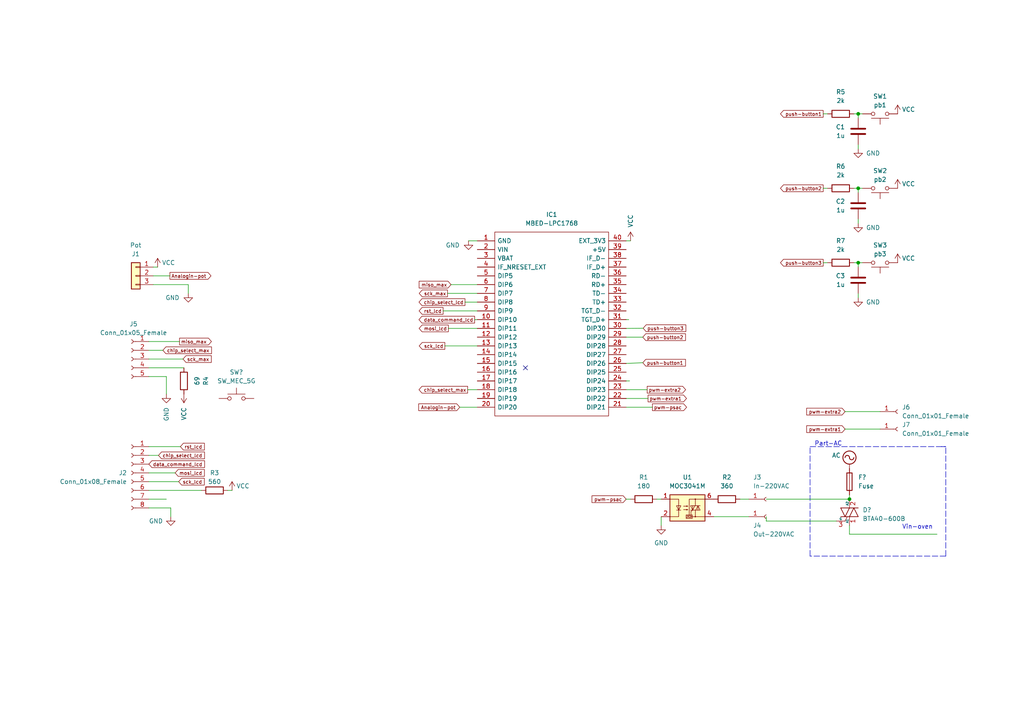
<source format=kicad_sch>
(kicad_sch (version 20211123) (generator eeschema)
  (paper "A4")
  (lib_symbols
    (symbol "Connector:Conn_01x01_Female" (pin_names (offset 1.016) hide)
      (property "Reference" "J" (at 0 2.54 0))
      (property "Value" "Conn_01x01_Female" (at 0 -2.54 0))
      (symbol "Conn_01x01_Female_1_1"
        (polyline (pts (xy -1.27 0) (xy -0.508 0)) (stroke (width 0.1524)))
        (arc (start 0 0.508) (mid -0.508 0) (end 0 -0.508) (stroke (width 0.1524)))
        (pin passive line (at -5.08 0 0) (length 3.81) (name "Pin_1") (number "1"))
      )
    )
    (symbol "Connector:Conn_01x05_Female" (pin_names (offset 1.016) hide)
      (property "Reference" "J" (at 0 7.62 0))
      (property "Value" "Conn_01x05_Female" (at 0 -7.62 0))
      (symbol "Conn_01x05_Female_1_1"
        (arc (start 0 -4.572) (mid -0.508 -5.08) (end 0 -5.588) (stroke (width 0.1524)))
        (arc (start 0 -2.032) (mid -0.508 -2.54) (end 0 -3.048) (stroke (width 0.1524)))
        (polyline (pts (xy -1.27 -5.08) (xy -0.508 -5.08)) (stroke (width 0.1524)))
        (polyline (pts (xy -1.27 -2.54) (xy -0.508 -2.54)) (stroke (width 0.1524)))
        (polyline (pts (xy -1.27 0) (xy -0.508 0)) (stroke (width 0.1524)))
        (polyline (pts (xy -1.27 2.54) (xy -0.508 2.54)) (stroke (width 0.1524)))
        (polyline (pts (xy -1.27 5.08) (xy -0.508 5.08)) (stroke (width 0.1524)))
        (arc (start 0 0.508) (mid -0.508 0) (end 0 -0.508) (stroke (width 0.1524)))
        (arc (start 0 3.048) (mid -0.508 2.54) (end 0 2.032) (stroke (width 0.1524)))
        (arc (start 0 5.588) (mid -0.508 5.08) (end 0 4.572) (stroke (width 0.1524)))
        (pin passive line (at -5.08 5.08 0) (length 3.81) (name "Pin_1") (number "1"))
        (pin passive line (at -5.08 2.54 0) (length 3.81) (name "Pin_2") (number "2"))
        (pin passive line (at -5.08 0 0) (length 3.81) (name "Pin_3") (number "3"))
        (pin passive line (at -5.08 -2.54 0) (length 3.81) (name "Pin_4") (number "4"))
        (pin passive line (at -5.08 -5.08 0) (length 3.81) (name "Pin_5") (number "5"))
      )
    )
    (symbol "Connector:Conn_01x08_Female" (pin_names (offset 1.016) hide)
      (property "Reference" "J" (at 0 10.16 0))
      (property "Value" "Conn_01x08_Female" (at 0 -12.7 0))
      (symbol "Conn_01x08_Female_1_1"
        (arc (start 0 -9.652) (mid -0.508 -10.16) (end 0 -10.668) (stroke (width 0.1524)))
        (arc (start 0 -7.112) (mid -0.508 -7.62) (end 0 -8.128) (stroke (width 0.1524)))
        (arc (start 0 -4.572) (mid -0.508 -5.08) (end 0 -5.588) (stroke (width 0.1524)))
        (arc (start 0 -2.032) (mid -0.508 -2.54) (end 0 -3.048) (stroke (width 0.1524)))
        (polyline (pts (xy -1.27 -10.16) (xy -0.508 -10.16)) (stroke (width 0.1524)))
        (polyline (pts (xy -1.27 -7.62) (xy -0.508 -7.62)) (stroke (width 0.1524)))
        (polyline (pts (xy -1.27 -5.08) (xy -0.508 -5.08)) (stroke (width 0.1524)))
        (polyline (pts (xy -1.27 -2.54) (xy -0.508 -2.54)) (stroke (width 0.1524)))
        (polyline (pts (xy -1.27 0) (xy -0.508 0)) (stroke (width 0.1524)))
        (polyline (pts (xy -1.27 2.54) (xy -0.508 2.54)) (stroke (width 0.1524)))
        (polyline (pts (xy -1.27 5.08) (xy -0.508 5.08)) (stroke (width 0.1524)))
        (polyline (pts (xy -1.27 7.62) (xy -0.508 7.62)) (stroke (width 0.1524)))
        (arc (start 0 0.508) (mid -0.508 0) (end 0 -0.508) (stroke (width 0.1524)))
        (arc (start 0 3.048) (mid -0.508 2.54) (end 0 2.032) (stroke (width 0.1524)))
        (arc (start 0 5.588) (mid -0.508 5.08) (end 0 4.572) (stroke (width 0.1524)))
        (arc (start 0 8.128) (mid -0.508 7.62) (end 0 7.112) (stroke (width 0.1524)))
        (pin passive line (at -5.08 7.62 0) (length 3.81) (name "Pin_1") (number "1"))
        (pin passive line (at -5.08 5.08 0) (length 3.81) (name "Pin_2") (number "2"))
        (pin passive line (at -5.08 2.54 0) (length 3.81) (name "Pin_3") (number "3"))
        (pin passive line (at -5.08 0 0) (length 3.81) (name "Pin_4") (number "4"))
        (pin passive line (at -5.08 -2.54 0) (length 3.81) (name "Pin_5") (number "5"))
        (pin passive line (at -5.08 -5.08 0) (length 3.81) (name "Pin_6") (number "6"))
        (pin passive line (at -5.08 -7.62 0) (length 3.81) (name "Pin_7") (number "7"))
        (pin passive line (at -5.08 -10.16 0) (length 3.81) (name "Pin_8") (number "8"))
      )
    )
    (symbol "Connector_Generic:Conn_01x03" (pin_names (offset 1.016) hide)
      (property "Reference" "J" (at 0 5.08 0))
      (property "Value" "Conn_01x03" (at 0 -5.08 0))
      (symbol "Conn_01x03_1_1"
        (rectangle (start -1.27 -2.413) (end 0 -2.667) (stroke (width 0.1524)))
        (rectangle (start -1.27 0.127) (end 0 -0.127) (stroke (width 0.1524)))
        (rectangle (start -1.27 2.667) (end 0 2.413) (stroke (width 0.1524)))
        (rectangle (start -1.27 3.81) (end 1.27 -3.81) (stroke (width 0.254)) (fill (type background)))
        (pin passive line (at -5.08 2.54 0) (length 3.81) (name "Pin_1") (number "1"))
        (pin passive line (at -5.08 0 0) (length 3.81) (name "Pin_2") (number "2"))
        (pin passive line (at -5.08 -2.54 0) (length 3.81) (name "Pin_3") (number "3"))
      )
    )
    (symbol "Device:C" (pin_numbers hide) (pin_names (offset 0.254))
      (property "Reference" "C" (at 0.635 2.54 0))
      (property "Value" "C" (at 0.635 -2.54 0))
      (symbol "C_0_1"
        (polyline (pts (xy -2.032 -0.762) (xy 2.032 -0.762)) (stroke (width 0.508)))
        (polyline (pts (xy -2.032 0.762) (xy 2.032 0.762)) (stroke (width 0.508)))
      )
      (symbol "C_1_1"
        (pin passive line (at 0 3.81 270) (length 2.794) (name "~") (number "1"))
        (pin passive line (at 0 -3.81 90) (length 2.794) (name "~") (number "2"))
      )
    )
    (symbol "Device:Fuse" (pin_numbers hide) (pin_names (offset 0))
      (property "Reference" "F" (at 2.032 0 90))
      (property "Value" "Fuse" (at -1.905 0 90))
      (symbol "Fuse_0_1"
        (rectangle (start -0.762 -2.54) (end 0.762 2.54) (stroke (width 0.254)))
        (polyline (pts (xy 0 2.54) (xy 0 -2.54)))
      )
      (symbol "Fuse_1_1"
        (pin passive line (at 0 3.81 270) (length 1.27) (name "~") (number "1"))
        (pin passive line (at 0 -3.81 90) (length 1.27) (name "~") (number "2"))
      )
    )
    (symbol "Device:Q_TRIAC_A1A2G" (pin_names (offset 0))
      (property "Reference" "D" (at 3.175 0.635 0))
      (property "Value" "Q_TRIAC_A1A2G" (at 3.175 -1.27 0))
      (symbol "Q_TRIAC_A1A2G_0_1"
        (polyline (pts (xy -2.54 -1.27) (xy 2.54 -1.27)) (stroke (width 0.2032)))
        (polyline (pts (xy -2.54 1.27) (xy 2.54 1.27)) (stroke (width 0.2032)))
        (polyline (pts (xy -1.27 -2.54) (xy -0.635 -1.27)))
        (polyline (pts (xy -2.54 1.27) (xy -1.27 -1.27) (xy 0 1.27)) (stroke (width 0.2032)))
        (polyline (pts (xy 0 -1.27) (xy 1.27 1.27) (xy 2.54 -1.27)) (stroke (width 0.2032)))
      )
      (symbol "Q_TRIAC_A1A2G_1_1"
        (pin passive line (at 0 -3.81 90) (length 2.54) (name "A1") (number "1"))
        (pin passive line (at 0 3.81 270) (length 2.54) (name "A2") (number "2"))
        (pin input line (at -3.81 -2.54 0) (length 2.54) (name "G") (number "3"))
      )
    )
    (symbol "Device:R" (pin_numbers hide) (pin_names (offset 0))
      (property "Reference" "R" (at 2.032 0 90))
      (property "Value" "R" (at 0 0 90))
      (symbol "R_0_1"
        (rectangle (start -1.016 -2.54) (end 1.016 2.54) (stroke (width 0.254)))
      )
      (symbol "R_1_1"
        (pin passive line (at 0 3.81 270) (length 1.27) (name "~") (number "1"))
        (pin passive line (at 0 -3.81 90) (length 1.27) (name "~") (number "2"))
      )
    )
    (symbol "MBED-LPC1768:MBED-LPC1768" (pin_names (offset 0.762))
      (property "Reference" "IC" (at 39.37 7.62 0))
      (property "Value" "MBED-LPC1768" (at 39.37 5.08 0))
      (symbol "MBED-LPC1768_0_0"
        (pin passive line (at 0 0 0) (length 5.08) (name "GND") (number "1"))
        (pin passive line (at 0 -22.86 0) (length 5.08) (name "DIP10") (number "10"))
        (pin passive line (at 0 -25.4 0) (length 5.08) (name "DIP11") (number "11"))
        (pin passive line (at 0 -27.94 0) (length 5.08) (name "DIP12") (number "12"))
        (pin passive line (at 0 -30.48 0) (length 5.08) (name "DIP13") (number "13"))
        (pin passive line (at 0 -33.02 0) (length 5.08) (name "DIP14") (number "14"))
        (pin passive line (at 0 -35.56 0) (length 5.08) (name "DIP15") (number "15"))
        (pin passive line (at 0 -38.1 0) (length 5.08) (name "DIP16") (number "16"))
        (pin passive line (at 0 -40.64 0) (length 5.08) (name "DIP17") (number "17"))
        (pin passive line (at 0 -43.18 0) (length 5.08) (name "DIP18") (number "18"))
        (pin passive line (at 0 -45.72 0) (length 5.08) (name "DIP19") (number "19"))
        (pin passive line (at 0 -2.54 0) (length 5.08) (name "VIN") (number "2"))
        (pin passive line (at 0 -48.26 0) (length 5.08) (name "DIP20") (number "20"))
        (pin passive line (at 43.18 -48.26 180) (length 5.08) (name "DIP21") (number "21"))
        (pin passive line (at 43.18 -45.72 180) (length 5.08) (name "DIP22") (number "22"))
        (pin passive line (at 43.18 -43.18 180) (length 5.08) (name "DIP23") (number "23"))
        (pin passive line (at 43.18 -40.64 180) (length 5.08) (name "DIP24") (number "24"))
        (pin passive line (at 43.18 -38.1 180) (length 5.08) (name "DIP25") (number "25"))
        (pin passive line (at 43.18 -35.56 180) (length 5.08) (name "DIP26") (number "26"))
        (pin passive line (at 43.18 -33.02 180) (length 5.08) (name "DIP27") (number "27"))
        (pin passive line (at 43.18 -30.48 180) (length 5.08) (name "DIP28") (number "28"))
        (pin passive line (at 43.18 -27.94 180) (length 5.08) (name "DIP29") (number "29"))
        (pin passive line (at 0 -5.08 0) (length 5.08) (name "VBAT") (number "3"))
        (pin passive line (at 43.18 -25.4 180) (length 5.08) (name "DIP30") (number "30"))
        (pin passive line (at 43.18 -22.86 180) (length 5.08) (name "TGT_D+") (number "31"))
        (pin passive line (at 43.18 -20.32 180) (length 5.08) (name "TGT_D-") (number "32"))
        (pin passive line (at 43.18 -17.78 180) (length 5.08) (name "TD+") (number "33"))
        (pin passive line (at 43.18 -15.24 180) (length 5.08) (name "TD-") (number "34"))
        (pin passive line (at 43.18 -12.7 180) (length 5.08) (name "RD+") (number "35"))
        (pin passive line (at 43.18 -10.16 180) (length 5.08) (name "RD-") (number "36"))
        (pin passive line (at 43.18 -7.62 180) (length 5.08) (name "IF_D+") (number "37"))
        (pin passive line (at 43.18 -5.08 180) (length 5.08) (name "IF_D-") (number "38"))
        (pin passive line (at 43.18 -2.54 180) (length 5.08) (name "+5V") (number "39"))
        (pin passive line (at 0 -7.62 0) (length 5.08) (name "IF_NRESET_EXT") (number "4"))
        (pin passive line (at 43.18 0 180) (length 5.08) (name "EXT_3V3") (number "40"))
        (pin passive line (at 0 -10.16 0) (length 5.08) (name "DIP5") (number "5"))
        (pin passive line (at 0 -12.7 0) (length 5.08) (name "DIP6") (number "6"))
        (pin passive line (at 0 -15.24 0) (length 5.08) (name "DIP7") (number "7"))
        (pin passive line (at 0 -17.78 0) (length 5.08) (name "DIP8") (number "8"))
        (pin passive line (at 0 -20.32 0) (length 5.08) (name "DIP9") (number "9"))
      )
      (symbol "MBED-LPC1768_0_1"
        (polyline (pts (xy 5.08 2.54) (xy 38.1 2.54) (xy 38.1 -50.8) (xy 5.08 -50.8) (xy 5.08 2.54)) (stroke (width 0.1524)))
      )
    )
    (symbol "Relay_SolidState:MOC3041M"
      (property "Reference" "U" (at -5.08 5.08 0))
      (property "Value" "MOC3041M" (at 0 5.08 0))
      (symbol "MOC3041M_0_0"
        (rectangle (start -0.381 -2.032) (end 1.397 -3.048))
        (polyline (pts (xy 2.286 -2.54) (xy 1.397 -2.54)))
        (polyline (pts (xy 1.524 -0.635) (xy 1.016 -1.016) (xy 1.016 -2.032)))
        (text "ZCD" (at 0.508 -2.54 0) (effects (font (size 0.508 0.508))))
      )
      (symbol "MOC3041M_0_1"
        (rectangle (start -5.08 3.81) (end 5.08 -3.81) (stroke (width 0.254)) (fill (type background)))
        (polyline (pts (xy -3.175 -0.635) (xy -1.905 -0.635)))
        (polyline (pts (xy 1.524 -0.635) (xy 1.524 0.635)))
        (polyline (pts (xy 3.048 0.635) (xy 3.048 -0.635)))
        (polyline (pts (xy 2.286 -0.635) (xy 2.286 -2.54) (xy 5.08 -2.54)))
        (polyline (pts (xy 2.286 0.635) (xy 2.286 2.54) (xy 5.08 2.54)))
        (polyline (pts (xy 2.286 2.54) (xy 0.508 2.54) (xy 0.508 -2.032)))
        (polyline (pts (xy -5.08 2.54) (xy -2.54 2.54) (xy -2.54 -2.54) (xy -5.08 -2.54)))
        (polyline (pts (xy -2.54 -0.635) (xy -3.175 0.635) (xy -1.905 0.635) (xy -2.54 -0.635)))
        (polyline (pts (xy 0.889 -0.635) (xy 3.683 -0.635) (xy 3.048 0.635) (xy 2.413 -0.635)))
        (polyline (pts (xy 3.683 0.635) (xy 0.889 0.635) (xy 1.524 -0.635) (xy 2.159 0.635)))
        (polyline (pts (xy -1.143 -0.508) (xy 0.127 -0.508) (xy -0.254 -0.635) (xy -0.254 -0.381) (xy 0.127 -0.508)))
        (polyline (pts (xy -1.143 0.508) (xy 0.127 0.508) (xy -0.254 0.381) (xy -0.254 0.635) (xy 0.127 0.508)))
        (circle (center 2.286 -2.54) (radius 0.127))
        (circle (center 2.286 2.54) (radius 0.127))
      )
      (symbol "MOC3041M_1_1"
        (pin passive line (at -7.62 2.54 0) (length 2.54) (name "~") (number "1"))
        (pin passive line (at -7.62 -2.54 0) (length 2.54) (name "~") (number "2"))
        (pin no_connect line (at -5.08 0 0) (length 2.54) hide (name "NC") (number "3"))
        (pin passive line (at 7.62 -2.54 180) (length 2.54) (name "~") (number "4"))
        (pin no_connect line (at 5.08 0 180) (length 2.54) hide (name "NC") (number "5"))
        (pin passive line (at 7.62 2.54 180) (length 2.54) (name "~") (number "6"))
      )
    )
    (symbol "Switch:SW_MEC_5G" (pin_numbers hide) (pin_names (offset 1.016) hide)
      (property "Reference" "SW" (at 1.27 2.54 0))
      (property "Value" "SW_MEC_5G" (at 0 -1.524 0))
      (symbol "SW_MEC_5G_0_1"
        (circle (center -2.032 0) (radius 0.508))
        (polyline (pts (xy 0 1.27) (xy 0 3.048)))
        (polyline (pts (xy 2.54 1.27) (xy -2.54 1.27)))
        (circle (center 2.032 0) (radius 0.508))
        (pin passive line (at -5.08 0 0) (length 2.54) (name "A") (number "1"))
        (pin passive line (at 5.08 0 180) (length 2.54) (name "B") (number "3"))
      )
      (symbol "SW_MEC_5G_1_1"
        (pin passive line (at -5.08 0 0) (length 2.54) hide (name "A") (number "2"))
        (pin passive line (at 5.08 0 180) (length 2.54) hide (name "B") (number "4"))
      )
    )
    (symbol "Switch:SW_Push" (pin_numbers hide) (pin_names (offset 1.016) hide)
      (property "Reference" "SW" (at 1.27 2.54 0))
      (property "Value" "SW_Push" (at 0 -1.524 0))
      (symbol "SW_Push_0_1"
        (circle (center -2.032 0) (radius 0.508))
        (polyline (pts (xy 0 1.27) (xy 0 3.048)))
        (polyline (pts (xy 2.54 1.27) (xy -2.54 1.27)))
        (circle (center 2.032 0) (radius 0.508))
        (pin passive line (at -5.08 0 0) (length 2.54) (name "1") (number "1"))
        (pin passive line (at 5.08 0 180) (length 2.54) (name "2") (number "2"))
      )
    )
    (symbol "power:AC" (power) (pin_names (offset 0))
      (property "Value" "AC" (at 0 6.35 0))
      (symbol "AC_0_1"
        (polyline (pts (xy 0 0) (xy 0 1.27)))
        (arc (start 0 3.175) (mid -0.635 3.81) (end -1.27 3.175) (stroke (width 0.254)))
        (arc (start 0 3.175) (mid 0.635 2.54) (end 1.27 3.175) (stroke (width 0.254)))
        (circle (center 0 3.175) (radius 1.905) (stroke (width 0.254)))
      )
      (symbol "AC_1_1"
        (pin power_in line (at 0 0 90) (length 0) hide (name "AC") (number "1"))
      )
    )
    (symbol "power:GND" (power) (pin_names (offset 0))
      (property "Value" "GND" (at 0 -3.81 0))
      (symbol "GND_0_1"
        (polyline (pts (xy 0 0) (xy 0 -1.27) (xy 1.27 -1.27) (xy 0 -2.54) (xy -1.27 -1.27) (xy 0 -1.27)))
      )
      (symbol "GND_1_1"
        (pin power_in line (at 0 0 270) (length 0) hide (name "GND") (number "1"))
      )
    )
    (symbol "power:VCC" (power) (pin_names (offset 0))
      (property "Value" "VCC" (at 0 3.81 0))
      (symbol "VCC_0_1"
        (polyline (pts (xy -0.762 1.27) (xy 0 2.54)))
        (polyline (pts (xy 0 0) (xy 0 2.54)))
        (polyline (pts (xy 0 2.54) (xy 0.762 1.27)))
      )
      (symbol "VCC_1_1"
        (pin power_in line (at 0 0 90) (length 0) hide (name "VCC") (number "1"))
      )
    )
  )
  (junction (at 246.38 144.78))
  (junction (at 248.92 76.2))
  (junction (at 248.92 33.02))
  (junction (at 248.92 54.61))
  (no_connect (at 152.4 106.68))
  (wire (pts (xy 50.8 137.16) (xy 43.18 137.16)))
  (wire (pts (xy 134.874 87.63) (xy 138.43 87.63)))
  (wire (pts (xy 135.636 113.03) (xy 138.43 113.03)))
  (wire (pts (xy 130.048 95.25) (xy 138.43 95.25)))
  (wire (pts (xy 246.38 154.94) (xy 271.78 154.94)))
  (wire (pts (xy 182.372 92.71) (xy 181.61 92.71)))
  (wire (pts (xy 129.794 85.09) (xy 138.43 85.09)))
  (wire (pts (xy 43.18 104.14) (xy 53.086 104.14)))
  (wire (pts (xy 189.23 118.11) (xy 181.61 118.11)))
  (wire (pts (xy 248.92 54.61) (xy 248.92 55.88)))
  (wire (pts (xy 186.436 105.2068) (xy 181.61 105.41)))
  (polyline (pts (xy 274.32 161.29) (xy 234.95 161.29)))
  (wire (pts (xy 247.65 76.2) (xy 248.92 76.2)))
  (wire (pts (xy 52.324 129.54) (xy 43.18 129.54)))
  (wire (pts (xy 186.5376 95.1992) (xy 181.61 95.25)))
  (wire (pts (xy 250.19 54.61) (xy 248.92 54.61)))
  (wire (pts (xy 190.5 144.78) (xy 191.77 144.78)))
  (wire (pts (xy 238.76 76.2) (xy 240.03 76.2)))
  (wire (pts (xy 187.706 113.03) (xy 181.61 113.03)))
  (wire (pts (xy 137.668 92.71) (xy 138.43 92.71)))
  (wire (pts (xy 66.04 142.24) (xy 67.31 142.24)))
  (wire (pts (xy 222.25 144.78) (xy 246.38 144.78)))
  (polyline (pts (xy 234.95 161.29) (xy 234.95 129.54)))
  (wire (pts (xy 191.77 152.4) (xy 191.77 149.86)))
  (wire (pts (xy 207.01 149.86) (xy 217.17 149.86)))
  (wire (pts (xy 238.76 54.61) (xy 240.03 54.61)))
  (wire (pts (xy 130.81 82.55) (xy 138.43 82.55)))
  (wire (pts (xy 54.61 82.55) (xy 54.61 85.09)))
  (wire (pts (xy 248.92 33.02) (xy 248.92 34.29)))
  (wire (pts (xy 247.65 54.61) (xy 248.92 54.61)))
  (wire (pts (xy 186.436 97.79) (xy 181.61 97.79)))
  (wire (pts (xy 248.92 86.36) (xy 248.92 85.09)))
  (wire (pts (xy 128.524 90.17) (xy 138.43 90.17)))
  (wire (pts (xy 246.38 143.51) (xy 246.38 144.78)))
  (wire (pts (xy 43.18 142.24) (xy 58.42 142.24)))
  (wire (pts (xy 250.19 33.02) (xy 248.92 33.02)))
  (wire (pts (xy 242.57 151.13) (xy 222.25 151.13)))
  (wire (pts (xy 44.45 82.55) (xy 54.61 82.55)))
  (polyline (pts (xy 274.32 129.54) (xy 273.05 129.54)))
  (wire (pts (xy 45.974 132.08) (xy 43.18 132.08)))
  (wire (pts (xy 182.88 69.85) (xy 181.61 69.85)))
  (wire (pts (xy 49.276 80.01) (xy 44.45 80.01)))
  (wire (pts (xy 238.76 33.02) (xy 240.03 33.02)))
  (wire (pts (xy 43.18 101.6) (xy 47.244 101.6)))
  (wire (pts (xy 135.89 69.85) (xy 138.43 69.85)))
  (wire (pts (xy 48.26 109.22) (xy 48.26 114.3)))
  (wire (pts (xy 43.18 147.32) (xy 49.53 147.32)))
  (wire (pts (xy 43.18 106.68) (xy 53.34 106.68)))
  (wire (pts (xy 181.61 144.78) (xy 182.88 144.78)))
  (wire (pts (xy 44.45 77.47) (xy 45.72 77.47)))
  (wire (pts (xy 248.92 64.77) (xy 248.92 63.5)))
  (wire (pts (xy 250.19 76.2) (xy 248.92 76.2)))
  (wire (pts (xy 245.11 119.38) (xy 255.27 119.38)))
  (wire (pts (xy 248.92 76.2) (xy 248.92 77.47)))
  (wire (pts (xy 247.65 33.02) (xy 248.92 33.02)))
  (wire (pts (xy 182.626 110.49) (xy 181.61 110.49)))
  (wire (pts (xy 48.26 144.78) (xy 43.18 144.78)))
  (wire (pts (xy 51.816 139.7) (xy 43.18 139.7)))
  (polyline (pts (xy 274.32 161.29) (xy 274.32 129.54)))
  (polyline (pts (xy 234.95 129.54) (xy 274.32 129.54)))
  (wire (pts (xy 43.18 99.06) (xy 52.07 99.06)))
  (wire (pts (xy 248.92 43.18) (xy 248.92 41.91)))
  (wire (pts (xy 245.11 124.46) (xy 255.27 124.46)))
  (wire (pts (xy 129.032 100.33) (xy 138.43 100.33)))
  (wire (pts (xy 246.38 152.4) (xy 246.38 154.94)))
  (wire (pts (xy 43.18 109.22) (xy 48.26 109.22)))
  (wire (pts (xy 133.35 118.11) (xy 138.43 118.11)))
  (wire (pts (xy 187.96 115.57) (xy 181.61 115.57)))
  (wire (pts (xy 214.63 144.78) (xy 217.17 144.78)))
  (wire (pts (xy 222.25 149.86) (xy 222.25 151.13)))
  (wire (pts (xy 49.53 147.32) (xy 49.53 149.86)))
  (text "Vin-oven\n" (at 261.62 153.67 0) (effects (font (size 1.27 1.27)) (justify left bottom)))
  (text "Part-AC\n" (at 236.22 129.54 0) (effects (font (size 1.27 1.27)) (justify left bottom)))
  (global_label "sck_lcd" (shape input) (at 51.816 139.7 0) (effects (font (size 1 1))) (property "Intersheet References" "${INTERSHEET_REFS}" (effects hide)))
  (global_label "push-button2" (shape input) (at 186.436 97.79 0) (effects (font (size 1 1))) (property "Intersheet References" "${INTERSHEET_REFS}" (effects hide)))
  (global_label "data_command_lcd" (shape output) (at 137.668 92.71 180) (effects (font (size 1 1))) (property "Intersheet References" "${INTERSHEET_REFS}" (effects hide)))
  (global_label "chip_select_max" (shape output) (at 135.636 113.03 180) (effects (font (size 1 1))) (property "Intersheet References" "${INTERSHEET_REFS}" (effects hide)))
  (global_label "chip_select_max" (shape input) (at 47.244 101.6 0) (effects (font (size 1 1))) (property "Intersheet References" "${INTERSHEET_REFS}" (effects hide)))
  (global_label "push-button3" (shape output) (at 238.76 76.2 180) (effects (font (size 1 1))) (property "Intersheet References" "${INTERSHEET_REFS}" (effects hide)))
  (global_label "push-button1" (shape input) (at 186.436 105.2068 0) (effects (font (size 1 1))) (property "Intersheet References" "${INTERSHEET_REFS}" (effects hide)))
  (global_label "miso_max" (shape output) (at 52.07 99.06 0) (effects (font (size 1 1))) (property "Intersheet References" "${INTERSHEET_REFS}" (effects hide)))
  (global_label "sck_max" (shape input) (at 53.086 104.14 0) (effects (font (size 1 1))) (property "Intersheet References" "${INTERSHEET_REFS}" (effects hide)))
  (global_label "miso_max" (shape input) (at 130.81 82.55 180) (effects (font (size 1 1))) (property "Intersheet References" "${INTERSHEET_REFS}" (effects hide)))
  (global_label "rst_lcd" (shape output) (at 128.524 90.17 180) (effects (font (size 1 1))) (property "Intersheet References" "${INTERSHEET_REFS}" (effects hide)))
  (global_label "pwm-extra1" (shape input) (at 245.11 124.46 180) (effects (font (size 1 1))) (property "Intersheet References" "${INTERSHEET_REFS}" (effects hide)))
  (global_label "chip_select_lcd" (shape input) (at 45.974 132.08 0) (effects (font (size 1 1))) (property "Intersheet References" "${INTERSHEET_REFS}" (effects hide)))
  (global_label "push-button2" (shape output) (at 238.76 54.61 180) (effects (font (size 1 1))) (property "Intersheet References" "${INTERSHEET_REFS}" (effects hide)))
  (global_label "rst_lcd" (shape input) (at 52.324 129.54 0) (effects (font (size 1 1))) (property "Intersheet References" "${INTERSHEET_REFS}" (effects hide)))
  (global_label "Analogin-pot" (shape input) (at 133.35 118.11 180) (effects (font (size 1 1))) (property "Intersheet References" "${INTERSHEET_REFS}" (effects hide)))
  (global_label "sck_lcd" (shape output) (at 129.032 100.33 180) (effects (font (size 1 1))) (property "Intersheet References" "${INTERSHEET_REFS}" (effects hide)))
  (global_label "data_command_lcd" (shape input) (at 43.18 134.62 0) (effects (font (size 1 1))) (property "Intersheet References" "${INTERSHEET_REFS}" (effects hide)))
  (global_label "push-button3" (shape input) (at 186.5376 95.1992 0) (effects (font (size 1 1))) (property "Intersheet References" "${INTERSHEET_REFS}" (effects hide)))
  (global_label "sck_max" (shape output) (at 129.794 85.09 180) (effects (font (size 1 1))) (property "Intersheet References" "${INTERSHEET_REFS}" (effects hide)))
  (global_label "pwm-extra2" (shape input) (at 245.11 119.38 180) (effects (font (size 1 1))) (property "Intersheet References" "${INTERSHEET_REFS}" (effects hide)))
  (global_label "push-button1" (shape output) (at 238.76 33.02 180) (effects (font (size 1 1))) (property "Intersheet References" "${INTERSHEET_REFS}" (effects hide)))
  (global_label "pwm-psac" (shape input) (at 181.61 144.78 180) (effects (font (size 1 1))) (property "Intersheet References" "${INTERSHEET_REFS}" (effects hide)))
  (global_label "chip_select_lcd" (shape output) (at 134.874 87.63 180) (effects (font (size 1 1))) (property "Intersheet References" "${INTERSHEET_REFS}" (effects hide)))
  (global_label "Analogin-pot" (shape output) (at 49.276 80.01 0) (effects (font (size 1 1))) (property "Intersheet References" "${INTERSHEET_REFS}" (effects hide)))
  (global_label "pwm-psac" (shape output) (at 189.23 118.11 0) (effects (font (size 1 1))) (property "Intersheet References" "${INTERSHEET_REFS}" (effects hide)))
  (global_label "pwm-extra2" (shape output) (at 187.706 113.03 0) (effects (font (size 1 1))) (property "Intersheet References" "${INTERSHEET_REFS}" (effects hide)))
  (global_label "mosi_lcd" (shape output) (at 130.048 95.25 180) (effects (font (size 1 1))) (property "Intersheet References" "${INTERSHEET_REFS}" (effects hide)))
  (global_label "pwm-extra1" (shape output) (at 187.96 115.57 0) (effects (font (size 1 1))) (property "Intersheet References" "${INTERSHEET_REFS}" (effects hide)))
  (global_label "mosi_lcd" (shape input) (at 50.8 137.16 0) (effects (font (size 1 1))) (property "Intersheet References" "${INTERSHEET_REFS}" (effects hide)))
  (symbol (lib_id "MBED-LPC1768:MBED-LPC1768") (at 138.43 69.85 0) (unit 1)
    (property "Reference" "IC1" (at 160.02 62.23 0))
    (property "Value" "MBED-LPC1768" (at 160.02 64.77 0))
    (property "Footprint" "Mbed_LPC1768:DIPS2286W63P254L5370H300Q40N" (effects hide))
    (property "Datasheet" "https://os.mbed.com/platforms/mbed-LPC1768/" (effects hide))
    (property "Description" "ARM mbed LPC1768 Module" (effects hide))
    (property "Height" "3" (effects hide))
    (property "Manufacturer_Name" "mbed" (effects hide))
    (property "Manufacturer_Part_Number" "MBED-LPC1768" (effects hide))
  )
  (symbol (lib_id "power:VCC") (at 45.72 77.47 0) (unit 1)
    (property "Reference" "#PWR01" (effects hide))
    (property "Value" "VCC" (at 50.8 76.2 0) (effects (justify right)))
  )
  (symbol (lib_id "power:GND") (at 248.92 43.18 0) (unit 1)
    (property "Reference" "#PWR010" (effects hide))
    (property "Value" "GND" (at 255.27 44.45 0) (effects (justify right)))
  )
  (symbol (lib_id "power:GND") (at 248.92 64.77 0) (unit 1)
    (property "Reference" "#PWR011" (effects hide))
    (property "Value" "GND" (at 255.27 66.04 0) (effects (justify right)))
  )
  (symbol (lib_id "Relay_SolidState:MOC3041M") (at 199.39 147.32 0) (unit 1)
    (property "Reference" "U1" (at 199.39 138.43 0))
    (property "Value" "MOC3041M" (at 199.39 140.97 0))
    (property "Footprint" "Package_DIP:DIP-6_W7.62mm_Socket_LongPads" (effects hide))
    (property "Datasheet" "https://www.onsemi.com/pub/Collateral/MOC3043M-D.pdf" (effects hide))
  )
  (symbol (lib_id "Connector:Conn_01x01_Female") (at 222.25 149.86 0) (unit 1)
    (property "Reference" "J4" (at 218.44 152.4 0) (effects (justify left)))
    (property "Value" "Out-220VAC" (at 218.44 154.94 0) (effects (justify left)))
    (property "Footprint" "Connector_PinHeader_2.54mm:PinHeader_1x01_P2.54mm_Vertical" (effects hide))
  )
  (symbol (lib_id "Switch:SW_Push") (at 255.27 33.02 180) (unit 1)
    (property "Reference" "SW1" (at 255.27 27.94 0))
    (property "Value" "pb1" (at 255.27 30.48 0))
    (property "Footprint" "Button_Switch_THT:SW_Tactile_SKHH_Angled" (effects hide))
  )
  (symbol (lib_id "Switch:SW_Push") (at 255.27 54.61 180) (unit 1)
    (property "Reference" "SW2" (at 255.27 49.53 0))
    (property "Value" "pb2" (at 255.27 52.07 0))
    (property "Footprint" "Button_Switch_THT:SW_Tactile_SKHH_Angled" (effects hide))
  )
  (symbol (lib_id "Connector:Conn_01x01_Female") (at 260.35 124.46 0) (unit 1)
    (property "Reference" "J7" (at 261.62 123.1899 0) (effects (justify left)))
    (property "Value" "Conn_01x01_Female" (at 261.62 125.7299 0) (effects (justify left)))
    (property "Footprint" "Connector_PinHeader_2.54mm:PinHeader_1x01_P2.54mm_Vertical" (effects hide))
  )
  (symbol (lib_id "Connector:Conn_01x08_Female") (at 38.1 137.16 0) (mirror y) (unit 1)
    (property "Reference" "J2" (at 36.83 137.1599 0) (effects (justify left)))
    (property "Value" "Conn_01x08_Female" (at 36.83 139.6999 0) (effects (justify left)))
    (property "Footprint" "Connector_PinHeader_2.54mm:PinHeader_1x08_P2.54mm_Vertical" (effects hide))
  )
  (symbol (lib_id "Switch:SW_MEC_5G") (at 68.58 115.57 0) (unit 1)
    (property "Reference" "SW?" (at 68.58 107.95 0))
    (property "Value" "SW_MEC_5G" (at 68.58 110.49 0))
    (property "Datasheet" "http://www.apem.com/int/index.php?controller=attachment&id_attachment=488" (effects hide))
  )
  (symbol (lib_id "Device:R") (at 53.34 110.49 0) (mirror x) (unit 1)
    (property "Reference" "R4" (at 59.69 110.49 90))
    (property "Value" "69" (at 57.15 110.49 90))
    (property "Footprint" "Resistor_SMD:R_0805_2012Metric_Pad1.20x1.40mm_HandSolder" (effects hide))
  )
  (symbol (lib_id "Device:Fuse") (at 246.38 139.7 0) (unit 1)
    (property "Reference" "F?" (at 248.92 138.4299 0) (effects (justify left)))
    (property "Value" "Fuse" (at 248.92 140.9699 0) (effects (justify left)))
  )
  (symbol (lib_id "power:VCC") (at 260.35 54.61 0) (unit 1)
    (property "Reference" "#PWR013" (effects hide))
    (property "Value" "VCC" (at 265.43 53.34 0) (effects (justify right)))
  )
  (symbol (lib_id "Device:Q_TRIAC_A1A2G") (at 246.38 148.59 0) (unit 1)
    (property "Reference" "D?" (at 250.19 147.9041 0) (effects (justify left)))
    (property "Value" "BTA40-600B" (at 250.19 150.4441 0) (effects (justify left)))
  )
  (symbol (lib_id "Device:C") (at 248.92 59.69 180) (unit 1)
    (property "Reference" "C2" (at 245.11 58.42 0) (effects (justify left)))
    (property "Value" "1u" (at 245.11 60.96 0) (effects (justify left)))
    (property "Footprint" "Capacitor_SMD:C_0805_2012Metric_Pad1.18x1.45mm_HandSolder" (effects hide))
  )
  (symbol (lib_id "Connector_Generic:Conn_01x03") (at 39.37 80.01 0) (mirror y) (unit 1)
    (property "Reference" "J1" (at 39.37 73.66 0))
    (property "Value" "Pot" (at 39.37 71.12 0))
    (property "Footprint" "Connector_PinHeader_2.54mm:PinHeader_1x03_P2.54mm_Vertical" (effects hide))
  )
  (symbol (lib_id "power:VCC") (at 53.34 114.3 0) (mirror x) (unit 1)
    (property "Reference" "#PWR09" (effects hide))
    (property "Value" "VCC" (at 53.34 118.11 90) (effects (justify left)))
  )
  (symbol (lib_id "power:AC") (at 246.38 135.89 0) (unit 1)
    (property "Reference" "#PWR?" (effects hide))
    (property "Value" "AC" (at 242.57 132.08 0))
  )
  (symbol (lib_id "Device:R") (at 210.82 144.78 90) (unit 1)
    (property "Reference" "R2" (at 210.82 138.43 90))
    (property "Value" "360" (at 210.82 140.97 90))
    (property "Footprint" "Resistor_SMD:R_0805_2012Metric_Pad1.20x1.40mm_HandSolder" (effects hide))
  )
  (symbol (lib_id "Connector:Conn_01x01_Female") (at 260.35 119.38 0) (unit 1)
    (property "Reference" "J6" (at 261.62 118.1099 0) (effects (justify left)))
    (property "Value" "Conn_01x01_Female" (at 261.62 120.6499 0) (effects (justify left)))
    (property "Footprint" "Connector_PinHeader_2.54mm:PinHeader_1x01_P2.54mm_Vertical" (effects hide))
  )
  (symbol (lib_id "power:GND") (at 248.92 86.36 0) (unit 1)
    (property "Reference" "#PWR012" (effects hide))
    (property "Value" "GND" (at 255.27 87.63 0) (effects (justify right)))
  )
  (symbol (lib_id "power:VCC") (at 260.35 33.02 0) (unit 1)
    (property "Reference" "#PWR0102" (effects hide))
    (property "Value" "VCC" (at 265.43 31.75 0) (effects (justify right)))
  )
  (symbol (lib_id "Device:R") (at 243.84 33.02 270) (mirror x) (unit 1)
    (property "Reference" "R5" (at 243.84 26.67 90))
    (property "Value" "2k" (at 243.84 29.21 90))
    (property "Footprint" "Resistor_SMD:R_0805_2012Metric_Pad1.20x1.40mm_HandSolder" (effects hide))
  )
  (symbol (lib_id "power:GND") (at 135.89 69.85 0) (unit 1)
    (property "Reference" "#PWR03" (effects hide))
    (property "Value" "GND" (at 133.35 71.12 0) (effects (justify right)))
  )
  (symbol (lib_id "Device:R") (at 243.84 54.61 270) (mirror x) (unit 1)
    (property "Reference" "R6" (at 243.84 48.26 90))
    (property "Value" "2k" (at 243.84 50.8 90))
    (property "Footprint" "Resistor_SMD:R_0805_2012Metric_Pad1.20x1.40mm_HandSolder" (effects hide))
  )
  (symbol (lib_id "Device:C") (at 248.92 38.1 180) (unit 1)
    (property "Reference" "C1" (at 245.11 36.83 0) (effects (justify left)))
    (property "Value" "1u" (at 245.11 39.37 0) (effects (justify left)))
    (property "Footprint" "Capacitor_SMD:C_0805_2012Metric_Pad1.18x1.45mm_HandSolder" (effects hide))
  )
  (symbol (lib_id "power:GND") (at 54.61 85.09 0) (unit 1)
    (property "Reference" "#PWR02" (effects hide))
    (property "Value" "GND" (at 52.07 86.36 0) (effects (justify right)))
  )
  (symbol (lib_id "Switch:SW_Push") (at 255.27 76.2 180) (unit 1)
    (property "Reference" "SW3" (at 255.27 71.12 0))
    (property "Value" "pb3" (at 255.27 73.66 0))
    (property "Footprint" "Button_Switch_THT:SW_Tactile_SKHH_Angled" (effects hide))
  )
  (symbol (lib_id "Device:R") (at 62.23 142.24 270) (mirror x) (unit 1)
    (property "Reference" "R3" (at 62.23 137.16 90))
    (property "Value" "560" (at 62.23 139.7 90))
    (property "Footprint" "Resistor_SMD:R_0805_2012Metric_Pad1.20x1.40mm_HandSolder" (effects hide))
  )
  (symbol (lib_id "Device:R") (at 186.69 144.78 90) (unit 1)
    (property "Reference" "R1" (at 186.69 138.43 90))
    (property "Value" "180" (at 186.69 140.97 90))
    (property "Footprint" "Resistor_SMD:R_0805_2012Metric_Pad1.20x1.40mm_HandSolder" (effects hide))
  )
  (symbol (lib_id "power:VCC") (at 182.88 69.85 0) (unit 1)
    (property "Reference" "#PWR04" (effects hide))
    (property "Value" "VCC" (at 182.88 66.04 90) (effects (justify left)))
  )
  (symbol (lib_id "Device:C") (at 248.92 81.28 180) (unit 1)
    (property "Reference" "C3" (at 245.11 80.01 0) (effects (justify left)))
    (property "Value" "1u" (at 245.11 82.55 0) (effects (justify left)))
    (property "Footprint" "Capacitor_SMD:C_0805_2012Metric_Pad1.18x1.45mm_HandSolder" (effects hide))
  )
  (symbol (lib_id "Connector:Conn_01x01_Female") (at 222.25 144.78 0) (unit 1)
    (property "Reference" "J3" (at 218.44 138.43 0) (effects (justify left)))
    (property "Value" "In-220VAC" (at 218.44 140.97 0) (effects (justify left)))
    (property "Footprint" "Connector_PinHeader_2.54mm:PinHeader_1x01_P2.54mm_Vertical" (effects hide))
  )
  (symbol (lib_id "Device:R") (at 243.84 76.2 270) (mirror x) (unit 1)
    (property "Reference" "R7" (at 243.84 69.85 90))
    (property "Value" "2k" (at 243.84 72.39 90))
    (property "Footprint" "Resistor_SMD:R_0805_2012Metric_Pad1.20x1.40mm_HandSolder" (effects hide))
  )
  (symbol (lib_id "power:VCC") (at 260.35 76.2 0) (unit 1)
    (property "Reference" "#PWR014" (effects hide))
    (property "Value" "VCC" (at 265.43 74.93 0) (effects (justify right)))
  )
  (symbol (lib_id "Connector:Conn_01x05_Female") (at 38.1 104.14 0) (mirror y) (unit 1)
    (property "Reference" "J5" (at 38.735 93.98 0))
    (property "Value" "Conn_01x05_Female" (at 38.735 96.52 0))
    (property "Footprint" "Connector_PinHeader_2.54mm:PinHeader_1x05_P2.54mm_Vertical" (effects hide))
  )
  (symbol (lib_id "power:GND") (at 191.77 152.4 0) (unit 1)
    (property "Reference" "#PWR05" (effects hide))
    (property "Value" "GND" (at 191.77 157.48 0))
  )
  (symbol (lib_id "power:GND") (at 48.26 114.3 0) (mirror y) (unit 1)
    (property "Reference" "#PWR06" (effects hide))
    (property "Value" "GND" (at 48.26 118.11 90) (effects (justify right)))
  )
  (symbol (lib_id "power:VCC") (at 67.31 142.24 0) (mirror y) (unit 1)
    (property "Reference" "#PWR08" (effects hide))
    (property "Value" "VCC" (at 72.39 140.97 0) (effects (justify left)))
  )
  (symbol (lib_id "power:GND") (at 49.53 149.86 0) (mirror y) (unit 1)
    (property "Reference" "#PWR07" (effects hide))
    (property "Value" "GND" (at 43.18 151.13 0) (effects (justify right)))
  )
)
</source>
